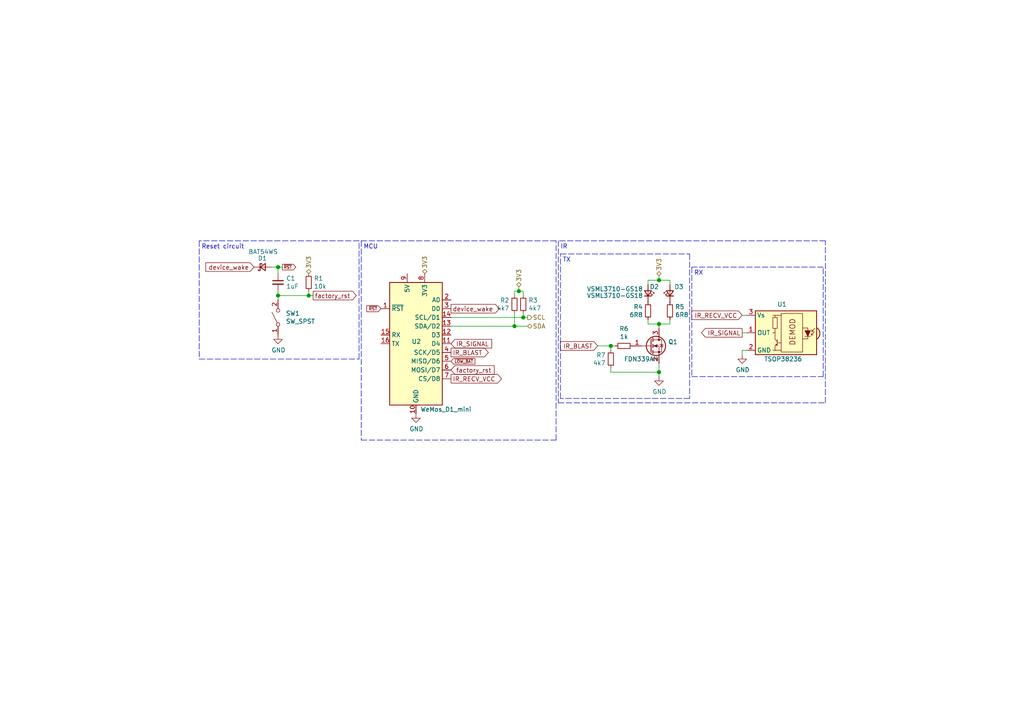
<source format=kicad_sch>
(kicad_sch (version 20210126) (generator eeschema)
  (paper "A4")
  (title_block (title "WiFIR: MCU and I/O") (comment 4 "WiFi connected IR blaster / reciever"))
  (lib_symbols
    (symbol "Device:C_Small" (pin_numbers hide) (pin_names (offset 0.254) hide)
      (property "Reference" "C" (at 0.254 1.778 0))
      (property "Value" "C_Small" (at 0.254 -2.032 0))
      (symbol "C_Small_0_1"
        (polyline (pts (xy -1.524 -0.508) (xy 1.524 -0.508)) (stroke (width 0.3302)))
        (polyline (pts (xy -1.524 0.508) (xy 1.524 0.508)) (stroke (width 0.3048)))
      )
      (symbol "C_Small_1_1"
        (pin passive line (at 0 2.54 270) (length 2.032) (name "~") (number "1"))
        (pin passive line (at 0 -2.54 90) (length 2.032) (name "~") (number "2"))
      )
    )
    (symbol "Device:D_Schottky_Small" (pin_numbers hide) (pin_names (offset 0.254) hide)
      (property "Reference" "D" (at -1.27 2.032 0))
      (property "Value" "D_Schottky_Small" (at -7.112 -2.032 0))
      (symbol "D_Schottky_Small_0_1"
        (polyline (pts (xy -0.762 0) (xy 0.762 0)))
        (polyline (pts (xy 0.762 -1.016) (xy -0.762 0) (xy 0.762 1.016) (xy 0.762 -1.016)) (stroke (width 0.254)))
        (polyline (pts (xy -1.27 0.762) (xy -1.27 1.016) (xy -0.762 1.016) (xy -0.762 -1.016) (xy -0.254 -1.016) (xy -0.254 -0.762)) (stroke (width 0.254)))
      )
      (symbol "D_Schottky_Small_1_1"
        (pin passive line (at -2.54 0 0) (length 1.778) (name "K") (number "1"))
        (pin passive line (at 2.54 0 180) (length 1.778) (name "A") (number "2"))
      )
    )
    (symbol "Device:LED_Small" (pin_numbers hide) (pin_names (offset 0.254) hide)
      (property "Reference" "D" (at -1.27 3.175 0))
      (property "Value" "LED_Small" (at -4.445 -2.54 0))
      (symbol "LED_Small_0_1"
        (polyline (pts (xy -0.762 -1.016) (xy -0.762 1.016)) (stroke (width 0.254)))
        (polyline (pts (xy 1.016 0) (xy -0.762 0)))
        (polyline (pts (xy 0.762 -1.016) (xy -0.762 0) (xy 0.762 1.016) (xy 0.762 -1.016)) (stroke (width 0.254)))
        (polyline (pts (xy 0 0.762) (xy -0.508 1.27) (xy -0.254 1.27) (xy -0.508 1.27) (xy -0.508 1.016)))
        (polyline (pts (xy 0.508 1.27) (xy 0 1.778) (xy 0.254 1.778) (xy 0 1.778) (xy 0 1.524)))
      )
      (symbol "LED_Small_1_1"
        (pin passive line (at -2.54 0 0) (length 1.778) (name "K") (number "1"))
        (pin passive line (at 2.54 0 180) (length 1.778) (name "A") (number "2"))
      )
    )
    (symbol "Device:Q_NMOS_GSD" (pin_names (offset 0) hide)
      (property "Reference" "Q" (at 5.08 1.27 0))
      (property "Value" "Q_NMOS_GSD" (at 5.08 -1.27 0))
      (symbol "Q_NMOS_GSD_0_1"
        (circle (center 1.651 0) (radius 2.794) (stroke (width 0.254)))
        (circle (center 2.54 -1.778) (radius 0.254) (fill (type outline)))
        (circle (center 2.54 1.778) (radius 0.254) (fill (type outline)))
        (polyline (pts (xy 0.254 0) (xy -2.54 0)))
        (polyline (pts (xy 0.254 1.905) (xy 0.254 -1.905)) (stroke (width 0.254)))
        (polyline (pts (xy 0.762 -1.27) (xy 0.762 -2.286)) (stroke (width 0.254)))
        (polyline (pts (xy 0.762 0.508) (xy 0.762 -0.508)) (stroke (width 0.254)))
        (polyline (pts (xy 0.762 2.286) (xy 0.762 1.27)) (stroke (width 0.254)))
        (polyline (pts (xy 2.54 2.54) (xy 2.54 1.778)))
        (polyline (pts (xy 2.54 -2.54) (xy 2.54 0) (xy 0.762 0)))
        (polyline (pts (xy 0.762 -1.778) (xy 3.302 -1.778) (xy 3.302 1.778) (xy 0.762 1.778)))
        (polyline (pts (xy 1.016 0) (xy 2.032 0.381) (xy 2.032 -0.381) (xy 1.016 0)) (fill (type outline)))
        (polyline (pts (xy 2.794 0.508) (xy 2.921 0.381) (xy 3.683 0.381) (xy 3.81 0.254)))
        (polyline (pts (xy 3.302 0.381) (xy 2.921 -0.254) (xy 3.683 -0.254) (xy 3.302 0.381)))
      )
      (symbol "Q_NMOS_GSD_1_1"
        (pin input line (at -5.08 0 0) (length 2.54) (name "G") (number "1"))
        (pin passive line (at 2.54 -5.08 90) (length 2.54) (name "S") (number "2"))
        (pin passive line (at 2.54 5.08 270) (length 2.54) (name "D") (number "3"))
      )
    )
    (symbol "Device:R_Small" (pin_numbers hide) (pin_names (offset 0.254) hide)
      (property "Reference" "R" (at 0.762 0.508 0))
      (property "Value" "R_Small" (at 0.762 -1.016 0))
      (symbol "R_Small_0_1"
        (rectangle (start -0.762 1.778) (end 0.762 -1.778) (stroke (width 0.2032)))
      )
      (symbol "R_Small_1_1"
        (pin passive line (at 0 2.54 270) (length 0.762) (name "~") (number "1"))
        (pin passive line (at 0 -2.54 90) (length 0.762) (name "~") (number "2"))
      )
    )
    (symbol "Interface_Optical:TSOP382xx"
      (property "Reference" "U" (at -10.16 7.62 0))
      (property "Value" "TSOP382xx" (at -10.16 -7.62 0))
      (symbol "TSOP382xx_0_0"
        (arc (start -10.287 1.397) (end -10.287 -1.778) (radius (at -9.144 -0.1778) (length 1.9558) (angles 126 -125.5)) (stroke (width 0.254)) (fill (type background)))
        (text "DEMOD" (at -3.175 0.254 900) (effects (font (size 1.524 1.524))))
        (polyline (pts (xy 1.905 -5.08) (xy 0.127 -5.08)))
        (polyline (pts (xy 1.905 5.08) (xy 0.127 5.08)))
      )
      (symbol "TSOP382xx_0_1"
        (rectangle (start -6.096 5.588) (end 0.127 -5.588))
        (rectangle (start 2.54 1.27) (end 1.27 4.445))
        (rectangle (start 7.62 6.35) (end -10.16 -6.35) (stroke (width 0.254)) (fill (type background)))
        (polyline (pts (xy -8.763 0.381) (xy -9.652 1.27)))
        (polyline (pts (xy -8.763 0.381) (xy -9.271 0.381)))
        (polyline (pts (xy -8.763 0.381) (xy -8.763 0.889)))
        (polyline (pts (xy -8.636 -0.635) (xy -9.525 0.254)))
        (polyline (pts (xy -8.636 -0.635) (xy -9.144 -0.635)))
        (polyline (pts (xy -8.636 -0.635) (xy -8.636 -0.127)))
        (polyline (pts (xy -8.382 -1.016) (xy -6.731 -1.016)))
        (polyline (pts (xy 1.27 -2.921) (xy 0.127 -2.921)))
        (polyline (pts (xy 1.27 -1.905) (xy 1.27 -3.81)))
        (polyline (pts (xy 1.397 -3.556) (xy 1.524 -3.556)))
        (polyline (pts (xy 1.651 -3.556) (xy 1.524 -3.556)))
        (polyline (pts (xy 1.651 -3.556) (xy 1.651 -3.302)))
        (polyline (pts (xy 1.905 0) (xy 1.905 1.27)))
        (polyline (pts (xy 1.905 4.445) (xy 1.905 5.08) (xy 2.54 5.08)))
        (polyline (pts (xy -8.382 0.635) (xy -6.731 0.635) (xy -7.62 -1.016) (xy -8.382 0.635)) (fill (type outline)))
        (polyline (pts (xy -6.096 1.397) (xy -7.62 1.397) (xy -7.62 -1.778) (xy -6.096 -1.778)))
        (polyline (pts (xy 1.27 -3.175) (xy 1.905 -3.81) (xy 1.905 -5.08) (xy 2.54 -5.08)))
        (polyline (pts (xy 1.27 -2.54) (xy 1.905 -1.905) (xy 1.905 0) (xy 2.54 0)))
      )
      (symbol "TSOP382xx_1_1"
        (pin output line (at 10.16 0 180) (length 2.54) (name "OUT") (number "1"))
        (pin power_in line (at 10.16 -5.08 180) (length 2.54) (name "GND") (number "2"))
        (pin power_in line (at 10.16 5.08 180) (length 2.54) (name "Vs") (number "3"))
      )
    )
    (symbol "MCU_Module:WeMos_D1_mini"
      (property "Reference" "U" (at 3.81 19.05 0))
      (property "Value" "WeMos_D1_mini" (at 1.27 -19.05 0))
      (symbol "WeMos_D1_mini_1_1"
        (rectangle (start -7.62 17.78) (end 7.62 -17.78) (stroke (width 0.254)) (fill (type background)))
        (pin input line (at -10.16 10.16 0) (length 2.54) (name "~RST") (number "1"))
        (pin power_in line (at 0 -20.32 90) (length 2.54) (name "GND") (number "10"))
        (pin bidirectional line (at 10.16 0 180) (length 2.54) (name "D4") (number "11"))
        (pin bidirectional line (at 10.16 2.54 180) (length 2.54) (name "D3") (number "12"))
        (pin bidirectional line (at 10.16 5.08 180) (length 2.54) (name "SDA/D2") (number "13"))
        (pin bidirectional line (at 10.16 7.62 180) (length 2.54) (name "SCL/D1") (number "14"))
        (pin input line (at -10.16 2.54 0) (length 2.54) (name "RX") (number "15"))
        (pin output line (at -10.16 0 0) (length 2.54) (name "TX") (number "16"))
        (pin input line (at 10.16 12.7 180) (length 2.54) (name "A0") (number "2"))
        (pin bidirectional line (at 10.16 10.16 180) (length 2.54) (name "D0") (number "3"))
        (pin bidirectional line (at 10.16 -2.54 180) (length 2.54) (name "SCK/D5") (number "4"))
        (pin bidirectional line (at 10.16 -5.08 180) (length 2.54) (name "MISO/D6") (number "5"))
        (pin bidirectional line (at 10.16 -7.62 180) (length 2.54) (name "MOSI/D7") (number "6"))
        (pin bidirectional line (at 10.16 -10.16 180) (length 2.54) (name "CS/D8") (number "7"))
        (pin power_out line (at 2.54 20.32 270) (length 2.54) (name "3V3") (number "8"))
        (pin power_in line (at -2.54 20.32 270) (length 2.54) (name "5V") (number "9"))
      )
    )
    (symbol "Switch:SW_SPST" (pin_names (offset 0) hide)
      (property "Reference" "SW" (at 0 3.175 0))
      (property "Value" "SW_SPST" (at 0 -2.54 0))
      (symbol "SW_SPST_0_0"
        (circle (center -2.032 0) (radius 0.508))
        (circle (center 2.032 0) (radius 0.508))
        (polyline (pts (xy -1.524 0.254) (xy 1.524 1.778)))
      )
      (symbol "SW_SPST_1_1"
        (pin passive line (at -5.08 0 0) (length 2.54) (name "A") (number "1"))
        (pin passive line (at 5.08 0 180) (length 2.54) (name "B") (number "2"))
      )
    )
    (symbol "power:GND" (power) (pin_names (offset 0))
      (property "Value" "GND" (at 0 -3.81 0))
      (symbol "GND_0_1"
        (polyline (pts (xy 0 0) (xy 0 -1.27) (xy 1.27 -1.27) (xy 0 -2.54) (xy -1.27 -1.27) (xy 0 -1.27)))
      )
      (symbol "GND_1_1"
        (pin power_in line (at 0 0 270) (length 0) hide (name "GND") (number "1"))
      )
    )
  )
  (junction (at 80.645 77.47) (diameter 1.016))
  (junction (at 80.645 85.725) (diameter 1.016))
  (junction (at 89.535 85.725) (diameter 1.016))
  (junction (at 149.225 94.615) (diameter 1.016))
  (junction (at 150.495 84.455) (diameter 1.016))
  (junction (at 151.765 92.075) (diameter 1.016))
  (junction (at 177.165 100.33) (diameter 1.016))
  (junction (at 191.135 81.28) (diameter 1.016))
  (junction (at 191.135 93.98) (diameter 1.016))
  (junction (at 191.135 107.95) (diameter 1.016))
  (wire (pts (xy 78.74 77.47) (xy 80.645 77.47)))
  (wire (pts (xy 80.645 77.47) (xy 81.915 77.47)))
  (wire (pts (xy 80.645 79.375) (xy 80.645 77.47)))
  (wire (pts (xy 80.645 84.455) (xy 80.645 85.725)))
  (wire (pts (xy 80.645 85.725) (xy 80.645 86.995)))
  (wire (pts (xy 89.535 85.725) (xy 80.645 85.725)))
  (wire (pts (xy 89.535 85.725) (xy 89.535 84.455)))
  (wire (pts (xy 90.805 85.725) (xy 89.535 85.725)))
  (wire (pts (xy 130.81 94.615) (xy 149.225 94.615)))
  (wire (pts (xy 149.225 84.455) (xy 150.495 84.455)))
  (wire (pts (xy 149.225 85.725) (xy 149.225 84.455)))
  (wire (pts (xy 149.225 90.805) (xy 149.225 94.615)))
  (wire (pts (xy 149.225 94.615) (xy 153.035 94.615)))
  (wire (pts (xy 150.495 84.455) (xy 150.495 83.185)))
  (wire (pts (xy 150.495 84.455) (xy 151.765 84.455)))
  (wire (pts (xy 151.765 84.455) (xy 151.765 85.725)))
  (wire (pts (xy 151.765 92.075) (xy 130.81 92.075)))
  (wire (pts (xy 151.765 92.075) (xy 151.765 90.805)))
  (wire (pts (xy 153.035 92.075) (xy 151.765 92.075)))
  (wire (pts (xy 177.165 100.33) (xy 173.355 100.33)))
  (wire (pts (xy 177.165 100.33) (xy 178.435 100.33)))
  (wire (pts (xy 177.165 101.6) (xy 177.165 100.33)))
  (wire (pts (xy 177.165 106.68) (xy 177.165 107.95)))
  (wire (pts (xy 177.165 107.95) (xy 191.135 107.95)))
  (wire (pts (xy 187.96 81.28) (xy 187.96 82.55)))
  (wire (pts (xy 187.96 93.98) (xy 187.96 92.71)))
  (wire (pts (xy 191.135 81.28) (xy 187.96 81.28)))
  (wire (pts (xy 191.135 81.28) (xy 191.135 80.01)))
  (wire (pts (xy 191.135 93.98) (xy 187.96 93.98)))
  (wire (pts (xy 191.135 93.98) (xy 191.135 95.25)))
  (wire (pts (xy 191.135 107.95) (xy 191.135 105.41)))
  (wire (pts (xy 191.135 109.22) (xy 191.135 107.95)))
  (wire (pts (xy 194.31 81.28) (xy 191.135 81.28)))
  (wire (pts (xy 194.31 82.55) (xy 194.31 81.28)))
  (wire (pts (xy 194.31 92.71) (xy 194.31 93.98)))
  (wire (pts (xy 194.31 93.98) (xy 191.135 93.98)))
  (wire (pts (xy 215.265 96.52) (xy 216.535 96.52)))
  (wire (pts (xy 215.265 101.6) (xy 215.265 102.87)))
  (wire (pts (xy 216.535 91.44) (xy 215.265 91.44)))
  (wire (pts (xy 216.535 101.6) (xy 215.265 101.6)))
  (polyline (pts (xy 57.785 69.85) (xy 57.785 104.14)) (stroke (width 0) (type dash)))
  (polyline (pts (xy 57.785 104.14) (xy 104.14 104.14)) (stroke (width 0) (type dash)))
  (polyline (pts (xy 104.14 69.85) (xy 57.785 69.85)) (stroke (width 0) (type dash)))
  (polyline (pts (xy 104.14 104.14) (xy 104.14 69.85)) (stroke (width 0) (type dash)))
  (polyline (pts (xy 104.775 69.85) (xy 104.775 127.635)) (stroke (width 0) (type dash)))
  (polyline (pts (xy 104.775 127.635) (xy 161.29 127.635)) (stroke (width 0) (type dash)))
  (polyline (pts (xy 161.29 69.85) (xy 104.775 69.85)) (stroke (width 0) (type dash)))
  (polyline (pts (xy 161.29 127.635) (xy 161.29 69.85)) (stroke (width 0) (type dash)))
  (polyline (pts (xy 161.925 69.85) (xy 161.925 116.84)) (stroke (width 0) (type dash)))
  (polyline (pts (xy 161.925 116.84) (xy 239.395 116.84)) (stroke (width 0) (type dash)))
  (polyline (pts (xy 162.56 73.66) (xy 200.025 73.66)) (stroke (width 0) (type dash)))
  (polyline (pts (xy 162.56 115.57) (xy 162.56 73.66)) (stroke (width 0) (type dash)))
  (polyline (pts (xy 200.025 73.66) (xy 200.025 115.57)) (stroke (width 0) (type dash)))
  (polyline (pts (xy 200.025 115.57) (xy 162.56 115.57)) (stroke (width 0) (type dash)))
  (polyline (pts (xy 200.66 77.47) (xy 200.66 109.22)) (stroke (width 0) (type dash)))
  (polyline (pts (xy 200.66 109.22) (xy 238.76 109.22)) (stroke (width 0) (type dash)))
  (polyline (pts (xy 238.76 77.47) (xy 200.66 77.47)) (stroke (width 0) (type dash)))
  (polyline (pts (xy 238.76 109.22) (xy 238.76 77.47)) (stroke (width 0) (type dash)))
  (polyline (pts (xy 239.395 69.85) (xy 161.925 69.85)) (stroke (width 0) (type dash)))
  (polyline (pts (xy 239.395 116.84) (xy 239.395 69.85)) (stroke (width 0) (type dash)))
  (text "Reset circuit" (at 58.42 72.39 0) (effects (font (size 1.27 1.27)) (justify left bottom)))
  (text "MCU" (at 105.41 72.39 0) (effects (font (size 1.27 1.27)) (justify left bottom)))
  (text "IR" (at 162.56 72.39 0) (effects (font (size 1.27 1.27)) (justify left bottom)))
  (text "TX" (at 163.195 76.2 0) (effects (font (size 1.27 1.27)) (justify left bottom)))
  (text "RX" (at 201.295 80.01 0) (effects (font (size 1.27 1.27)) (justify left bottom)))
  (global_label "device_wake" (shape input) (at 73.66 77.47 180) (property "Intersheet References" "${INTERSHEET_REFS}" (effects hide)))
  (global_label "~RST" (shape output) (at 81.915 77.47 0) (effects (font (size 0.8382 0.8382))) (property "Intersheet References" "${INTERSHEET_REFS}" (effects hide)))
  (global_label "factory_rst" (shape output) (at 90.805 85.725 0) (property "Intersheet References" "${INTERSHEET_REFS}" (effects hide)))
  (global_label "~RST" (shape input) (at 110.49 89.535 180) (effects (font (size 0.889 0.889))) (property "Intersheet References" "${INTERSHEET_REFS}" (effects hide)))
  (global_label "device_wake" (shape output) (at 130.81 89.535 0) (property "Intersheet References" "${INTERSHEET_REFS}" (effects hide)))
  (global_label "IR_SIGNAL" (shape input) (at 130.81 99.695 0) (property "Intersheet References" "${INTERSHEET_REFS}" (effects hide)))
  (global_label "IR_BLAST" (shape output) (at 130.81 102.235 0) (property "Intersheet References" "${INTERSHEET_REFS}" (effects hide)))
  (global_label "~LOW_BAT" (shape input) (at 130.81 104.775 0) (effects (font (size 0.8382 0.8382))) (property "Intersheet References" "${INTERSHEET_REFS}" (effects hide)))
  (global_label "factory_rst" (shape input) (at 130.81 107.315 0) (property "Intersheet References" "${INTERSHEET_REFS}" (effects hide)))
  (global_label "IR_RECV_VCC" (shape output) (at 130.81 109.855 0) (property "Intersheet References" "${INTERSHEET_REFS}" (effects hide)))
  (global_label "IR_BLAST" (shape input) (at 173.355 100.33 180) (property "Intersheet References" "${INTERSHEET_REFS}" (effects hide)))
  (global_label "IR_RECV_VCC" (shape input) (at 215.265 91.44 180) (property "Intersheet References" "${INTERSHEET_REFS}" (effects hide)))
  (global_label "IR_SIGNAL" (shape output) (at 215.265 96.52 180) (property "Intersheet References" "${INTERSHEET_REFS}" (effects hide)))
  (hierarchical_label "3V3" (shape bidirectional) (at 89.535 79.375 90))
  (hierarchical_label "3V3" (shape bidirectional) (at 123.19 79.375 90))
  (hierarchical_label "3V3" (shape bidirectional) (at 150.495 83.185 90))
  (hierarchical_label "SCL" (shape output) (at 153.035 92.075 0))
  (hierarchical_label "SDA" (shape bidirectional) (at 153.035 94.615 0))
  (hierarchical_label "3V3" (shape bidirectional) (at 191.135 80.01 90))
  (symbol (lib_id "power:GND") (at 80.645 97.155 0)
    (property "Reference" "#PWR0104" (effects hide))
    (property "Value" "GND" (at 80.772 101.5492 0))
  )
  (symbol (lib_id "power:GND") (at 120.65 120.015 0)
    (property "Reference" "#PWR0102" (effects hide))
    (property "Value" "GND" (at 120.777 124.4092 0))
  )
  (symbol (lib_id "power:GND") (at 191.135 109.22 0)
    (property "Reference" "#PWR0103" (effects hide))
    (property "Value" "GND" (at 191.262 113.6142 0))
  )
  (symbol (lib_id "power:GND") (at 215.265 102.87 0)
    (property "Reference" "#PWR0105" (effects hide))
    (property "Value" "GND" (at 215.392 107.2642 0))
  )
  (symbol (lib_id "Device:R_Small") (at 89.535 81.915 180)
    (property "Reference" "R1" (at 91.0336 80.7466 0) (effects (justify right)))
    (property "Value" "10k" (at 91.0336 83.058 0) (effects (justify right)))
    (property "Footprint" "Resistor_SMD:R_0603_1608Metric_Pad1.05x0.95mm_HandSolder" (effects hide))
  )
  (symbol (lib_id "Device:R_Small") (at 149.225 88.265 0) (mirror x)
    (property "Reference" "R2" (at 147.7264 87.0966 0) (effects (justify right)))
    (property "Value" "4k7" (at 147.7264 89.408 0) (effects (justify right)))
    (property "Footprint" "Resistor_SMD:R_0603_1608Metric_Pad1.05x0.95mm_HandSolder" (effects hide))
  )
  (symbol (lib_id "Device:R_Small") (at 151.765 88.265 180)
    (property "Reference" "R3" (at 153.2636 87.0966 0) (effects (justify right)))
    (property "Value" "4k7" (at 153.2636 89.408 0) (effects (justify right)))
    (property "Footprint" "Resistor_SMD:R_0603_1608Metric_Pad1.05x0.95mm_HandSolder" (effects hide))
  )
  (symbol (lib_id "Device:R_Small") (at 177.165 104.14 0) (mirror x)
    (property "Reference" "R7" (at 175.6664 102.9716 0) (effects (justify right)))
    (property "Value" "4k7" (at 175.6664 105.283 0) (effects (justify right)))
    (property "Footprint" "Resistor_SMD:R_0603_1608Metric_Pad1.05x0.95mm_HandSolder" (effects hide))
  )
  (symbol (lib_id "Device:R_Small") (at 180.975 100.33 90) (mirror x)
    (property "Reference" "R6" (at 180.975 95.3516 90))
    (property "Value" "1k" (at 180.975 97.663 90))
    (property "Footprint" "Resistor_SMD:R_0603_1608Metric_Pad1.05x0.95mm_HandSolder" (effects hide))
  )
  (symbol (lib_id "Device:R_Small") (at 187.96 90.17 0) (mirror y)
    (property "Reference" "R4" (at 186.4614 89.0016 0) (effects (justify left)))
    (property "Value" "6R8" (at 186.4614 91.313 0) (effects (justify left)))
    (property "Footprint" "Resistor_SMD:R_0603_1608Metric_Pad1.05x0.95mm_HandSolder" (effects hide))
  )
  (symbol (lib_id "Device:R_Small") (at 194.31 90.17 0)
    (property "Reference" "R5" (at 195.8086 89.0016 0) (effects (justify left)))
    (property "Value" "6R8" (at 195.8086 91.313 0) (effects (justify left)))
    (property "Footprint" "Resistor_SMD:R_0603_1608Metric_Pad1.05x0.95mm_HandSolder" (effects hide))
  )
  (symbol (lib_id "Device:D_Schottky_Small") (at 76.2 77.47 0) (mirror x)
    (property "Reference" "D1" (at 77.47 74.93 0) (effects (justify right)))
    (property "Value" "BAT54WS" (at 80.645 73.025 0) (effects (justify right)))
    (property "Footprint" "Diode_SMD:D_SOD-323_HandSoldering" (effects hide))
  )
  (symbol (lib_id "Device:LED_Small") (at 187.96 85.09 270) (mirror x)
    (property "Reference" "D2" (at 191.135 83.185 90) (effects (justify right)))
    (property "Value" "VSML3710-GS18" (at 170.18 85.725 90) (effects (justify left)))
    (property "Footprint" "LED_SMD:LED_PLCC-2" (effects hide))
  )
  (symbol (lib_id "Device:LED_Small") (at 194.31 85.09 90)
    (property "Reference" "D3" (at 195.58 83.185 90) (effects (justify right)))
    (property "Value" "VSML3710-GS18" (at 170.18 83.82 90) (effects (justify right)))
    (property "Footprint" "LED_SMD:LED_PLCC-2" (effects hide))
  )
  (symbol (lib_id "Device:C_Small") (at 80.645 81.915 0)
    (property "Reference" "C1" (at 82.9818 80.7466 0) (effects (justify left)))
    (property "Value" "1uF" (at 82.9818 83.058 0) (effects (justify left)))
    (property "Footprint" "Capacitor_SMD:C_0603_1608Metric_Pad1.05x0.95mm_HandSolder" (effects hide))
  )
  (symbol (lib_id "Switch:SW_SPST") (at 80.645 92.075 90)
    (property "Reference" "SW1" (at 82.8802 90.9066 90) (effects (justify right)))
    (property "Value" "SW_SPST" (at 82.8802 93.218 90) (effects (justify right)))
    (property "Footprint" "Button_Switch_SMD:SW_Push_1P1T_NO_6x6mm_H9.5mm" (effects hide))
  )
  (symbol (lib_id "Device:Q_NMOS_GSD") (at 188.595 100.33 0)
    (property "Reference" "Q1" (at 193.802 99.1616 0) (effects (justify left)))
    (property "Value" "FDN339AN" (at 180.975 104.14 0) (effects (justify left)))
    (property "Footprint" "Package_TO_SOT_SMD:SOT-23_Handsoldering" (effects hide))
  )
  (symbol (lib_id "Interface_Optical:TSOP382xx") (at 226.695 96.52 0) (mirror y)
    (property "Reference" "U1" (at 225.425 88.265 0) (effects (justify right)))
    (property "Value" "TSOP38236" (at 221.615 104.14 0) (effects (justify right)))
    (property "Footprint" "OptoDevice:Vishay_MINICAST-3Pin" (effects hide))
    (property "Datasheet" "http://www.vishay.com/docs/82491/tsop382.pdf" (effects hide))
  )
  (symbol (lib_id "MCU_Module:WeMos_D1_mini") (at 120.65 99.695 0)
    (property "Reference" "U2" (at 119.38 99.06 0) (effects (justify left)))
    (property "Value" "WeMos_D1_mini" (at 121.92 118.745 0) (effects (justify left)))
    (property "Footprint" "Module:WEMOS_D1_mini_light" (effects hide))
    (property "Datasheet" "https://wiki.wemos.cc/products:d1:d1_mini#documentation" (effects hide))
  )
)
</source>
